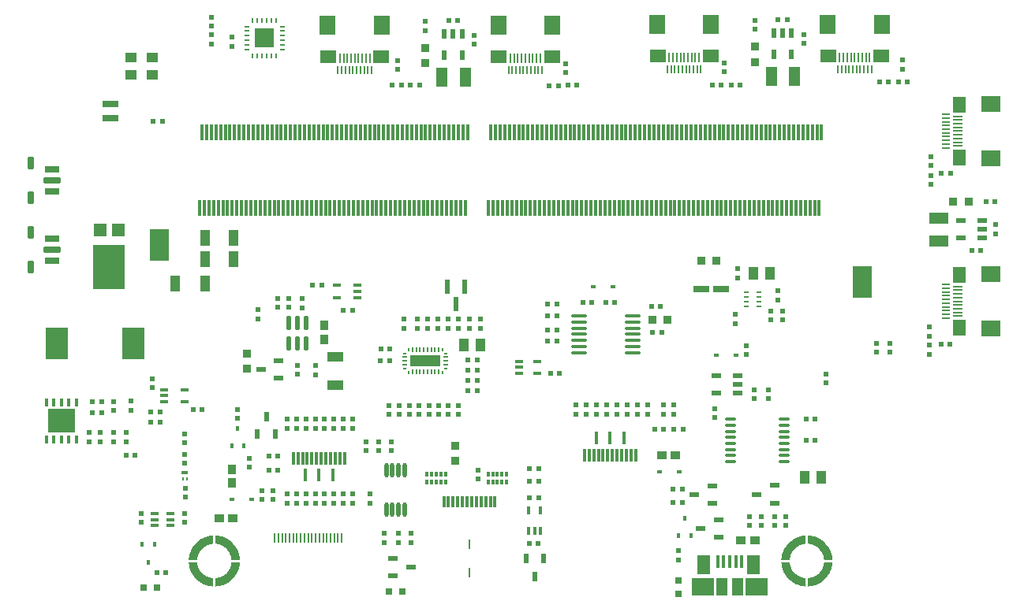
<source format=gtp>
G04*
G04 #@! TF.GenerationSoftware,Altium Limited,Altium Designer,20.1.12 (249)*
G04*
G04 Layer_Color=8421504*
%FSLAX44Y44*%
%MOMM*%
G71*
G04*
G04 #@! TF.SameCoordinates,92C3D8CC-84FC-494B-B6CF-3A4A02D2A6DE*
G04*
G04*
G04 #@! TF.FilePolarity,Positive*
G04*
G01*
G75*
%ADD24R,1.3000X1.1000*%
%ADD25R,1.2000X2.0000*%
%ADD26R,1.1000X1.4000*%
%ADD27R,0.5700X0.6200*%
%ADD28R,0.9600X0.9700*%
%ADD29R,0.6200X0.5700*%
%ADD30O,0.4500X1.6000*%
%ADD31R,0.3000X0.5500*%
%ADD32R,0.4000X0.5500*%
%ADD33R,0.3000X1.2000*%
%ADD34R,0.2000X1.0000*%
%ADD35R,0.5500X1.5000*%
%ADD36R,0.2300X1.0000*%
%ADD37R,0.3000X1.4500*%
%ADD38R,0.5500X1.0000*%
%ADD39R,1.0000X0.9700*%
%ADD40R,0.9700X1.0000*%
%ADD41R,0.4000X0.5000*%
%ADD42R,0.5500X0.2500*%
%ADD43R,1.8000X0.7500*%
%ADD44R,3.3600X4.8600*%
%ADD45R,1.3900X1.4000*%
%ADD46R,0.5900X0.4500*%
%ADD47R,1.0160X1.7000*%
%ADD48R,1.0160X1.7000*%
%ADD49R,0.6000X0.2500*%
%ADD50R,0.2500X0.6000*%
%ADD51R,2.1000X2.1000*%
%ADD52R,1.0000X0.6000*%
%ADD53O,1.3000X0.3500*%
%ADD54O,1.7000X0.3500*%
%ADD55R,0.9000X0.4000*%
%ADD56O,0.5000X1.6000*%
%ADD57R,0.8500X0.3500*%
%ADD58R,0.4500X1.3800*%
%ADD59R,1.4000X2.1000*%
%ADD60R,2.3700X1.9000*%
%ADD61R,1.1750X1.9000*%
%ADD62R,2.4000X3.4000*%
%ADD63R,1.7526X0.7112*%
%ADD64R,2.0000X3.5000*%
%ADD65R,0.3000X1.7500*%
%ADD66R,1.0000X0.5500*%
G04:AMPARAMS|DCode=67|XSize=0.75mm|YSize=1.6mm|CornerRadius=0.075mm|HoleSize=0mm|Usage=FLASHONLY|Rotation=90.000|XOffset=0mm|YOffset=0mm|HoleType=Round|Shape=RoundedRectangle|*
%AMROUNDEDRECTD67*
21,1,0.7500,1.4500,0,0,90.0*
21,1,0.6000,1.6000,0,0,90.0*
1,1,0.1500,0.7250,0.3000*
1,1,0.1500,0.7250,-0.3000*
1,1,0.1500,-0.7250,-0.3000*
1,1,0.1500,-0.7250,0.3000*
%
%ADD67ROUNDEDRECTD67*%
G04:AMPARAMS|DCode=68|XSize=0.6mm|YSize=1.8mm|CornerRadius=0.06mm|HoleSize=0mm|Usage=FLASHONLY|Rotation=90.000|XOffset=0mm|YOffset=0mm|HoleType=Round|Shape=RoundedRectangle|*
%AMROUNDEDRECTD68*
21,1,0.6000,1.6800,0,0,90.0*
21,1,0.4800,1.8000,0,0,90.0*
1,1,0.1200,0.8400,0.2400*
1,1,0.1200,0.8400,-0.2400*
1,1,0.1200,-0.8400,-0.2400*
1,1,0.1200,-0.8400,0.2400*
%
%ADD68ROUNDEDRECTD68*%
G04:AMPARAMS|DCode=69|XSize=1.3mm|YSize=0.7mm|CornerRadius=0.07mm|HoleSize=0mm|Usage=FLASHONLY|Rotation=90.000|XOffset=0mm|YOffset=0mm|HoleType=Round|Shape=RoundedRectangle|*
%AMROUNDEDRECTD69*
21,1,1.3000,0.5600,0,0,90.0*
21,1,1.1600,0.7000,0,0,90.0*
1,1,0.1400,0.2800,0.5800*
1,1,0.1400,0.2800,-0.5800*
1,1,0.1400,-0.2800,-0.5800*
1,1,0.1400,-0.2800,0.5800*
%
%ADD69ROUNDEDRECTD69*%
%ADD70R,0.9500X0.4000*%
%ADD71R,0.7620X0.7620*%
%ADD72R,3.0000X2.6000*%
%ADD73R,0.3560X0.8500*%
%ADD74R,0.4500X0.2000*%
%ADD75R,0.5000X0.2000*%
%ADD76R,0.2000X0.4500*%
%ADD77R,0.2000X0.5000*%
%ADD78R,3.2000X1.2000*%
%ADD79R,1.0000X0.2301*%
%ADD80R,0.8499X0.2301*%
%ADD81R,1.3800X1.8001*%
%ADD82R,2.0000X1.7000*%
%ADD83R,0.9700X0.9600*%
%ADD84R,2.0000X1.2000*%
%ADD85R,0.6000X1.0000*%
%ADD86R,1.7000X1.0160*%
%ADD87R,1.7000X1.0160*%
%ADD88R,0.7000X0.4000*%
%ADD89R,0.2500X0.4000*%
%ADD90R,0.7620X0.7620*%
%ADD91R,0.3500X0.8500*%
%ADD92R,0.2301X1.0000*%
%ADD93R,0.2301X0.8499*%
%ADD94R,1.8001X1.3800*%
%ADD95R,1.7000X2.0000*%
G36*
X440281Y303722D02*
X431277Y303722D01*
X431376Y302269D01*
X431527Y301053D01*
X431691Y300052D01*
X431859Y299260D01*
X432010Y298549D01*
X432253Y297596D01*
X432571Y296560D01*
X432879Y295677D01*
X433202Y294808D01*
X433764Y293450D01*
X435248Y290673D01*
X437166Y287804D01*
X438928Y285896D01*
X440856Y284114D01*
X442432Y282820D01*
X444217Y281626D01*
X445455Y280964D01*
X445925Y280712D01*
X446391Y280463D01*
X447356Y279947D01*
X448445Y279515D01*
X450306Y278825D01*
X452092Y278322D01*
X454027Y277914D01*
X455599Y277689D01*
X457478Y277544D01*
X457489Y286542D01*
X457065Y286577D01*
X456852Y286598D01*
X456646Y286622D01*
X456093Y286694D01*
X455824Y286734D01*
X455556Y286780D01*
X455022Y286881D01*
X454482Y287000D01*
X454199Y287067D01*
X454052Y287107D01*
X453765Y287184D01*
X453478Y287267D01*
X453197Y287355D01*
X452874Y287460D01*
X452555Y287571D01*
X452393Y287627D01*
X452230Y287689D01*
X451926Y287804D01*
X451453Y288000D01*
X450996Y288203D01*
X450544Y288420D01*
X450095Y288648D01*
X449222Y289141D01*
X448754Y289433D01*
X448325Y289716D01*
X447917Y290005D01*
X447464Y290340D01*
X447238Y290521D01*
X446716Y290951D01*
X446458Y291174D01*
X446199Y291398D01*
X445268Y292327D01*
X444712Y292955D01*
X444217Y293542D01*
X443810Y294112D01*
X443539Y294456D01*
X443064Y295164D01*
X442691Y295829D01*
X442354Y296431D01*
X442033Y297060D01*
X441577Y298122D01*
X441259Y298968D01*
X440846Y300296D01*
X440754Y300661D01*
X440476Y302082D01*
X440281Y303722D01*
D02*
G37*
G36*
X457472Y323469D02*
X457472Y332473D01*
X456019Y332374D01*
X454803Y332223D01*
X453802Y332059D01*
X453010Y331891D01*
X452299Y331740D01*
X451347Y331497D01*
X450310Y331178D01*
X449427Y330871D01*
X448558Y330548D01*
X447200Y329986D01*
X444423Y328502D01*
X441554Y326584D01*
X439646Y324822D01*
X437864Y322894D01*
X436570Y321318D01*
X435376Y319533D01*
X434714Y318295D01*
X434463Y317825D01*
X434213Y317359D01*
X433697Y316394D01*
X433265Y315305D01*
X432576Y313444D01*
X432072Y311658D01*
X431664Y309723D01*
X431439Y308151D01*
X431295Y306271D01*
X440293Y306260D01*
X440327Y306685D01*
X440349Y306898D01*
X440372Y307104D01*
X440444Y307657D01*
X440484Y307926D01*
X440530Y308194D01*
X440631Y308728D01*
X440750Y309268D01*
X440818Y309551D01*
X440857Y309698D01*
X440934Y309985D01*
X441017Y310272D01*
X441105Y310553D01*
X441211Y310876D01*
X441321Y311195D01*
X441377Y311357D01*
X441439Y311520D01*
X441554Y311824D01*
X441750Y312297D01*
X441953Y312754D01*
X442170Y313206D01*
X442398Y313655D01*
X442891Y314528D01*
X443183Y314996D01*
X443466Y315425D01*
X443755Y315833D01*
X444090Y316286D01*
X444271Y316512D01*
X444701Y317034D01*
X444924Y317292D01*
X445148Y317551D01*
X446077Y318482D01*
X446705Y319038D01*
X447292Y319533D01*
X447863Y319940D01*
X448206Y320211D01*
X448914Y320686D01*
X449579Y321059D01*
X450181Y321396D01*
X450811Y321717D01*
X451872Y322172D01*
X452718Y322491D01*
X454047Y322904D01*
X454411Y322996D01*
X455832Y323274D01*
X457472Y323469D01*
D02*
G37*
G36*
X460028Y286531D02*
X460028Y277527D01*
X461481Y277626D01*
X462697Y277777D01*
X463698Y277940D01*
X464490Y278109D01*
X465201Y278260D01*
X466153Y278503D01*
X467190Y278821D01*
X468073Y279129D01*
X468942Y279452D01*
X470300Y280014D01*
X473077Y281498D01*
X475946Y283416D01*
X477854Y285178D01*
X479636Y287105D01*
X480930Y288682D01*
X482124Y290467D01*
X482786Y291705D01*
X483037Y292174D01*
X483287Y292641D01*
X483803Y293605D01*
X484235Y294695D01*
X484924Y296556D01*
X485428Y298342D01*
X485836Y300277D01*
X486061Y301849D01*
X486205Y303728D01*
X477207Y303739D01*
X477173Y303315D01*
X477151Y303102D01*
X477128Y302896D01*
X477056Y302343D01*
X477016Y302074D01*
X476970Y301806D01*
X476869Y301272D01*
X476750Y300732D01*
X476682Y300448D01*
X476643Y300302D01*
X476566Y300015D01*
X476483Y299728D01*
X476395Y299447D01*
X476289Y299124D01*
X476179Y298805D01*
X476123Y298643D01*
X476061Y298480D01*
X475946Y298176D01*
X475750Y297703D01*
X475547Y297246D01*
X475330Y296794D01*
X475102Y296345D01*
X474609Y295472D01*
X474317Y295004D01*
X474034Y294575D01*
X473745Y294167D01*
X473410Y293714D01*
X473229Y293488D01*
X472799Y292966D01*
X472576Y292708D01*
X472352Y292448D01*
X471423Y291517D01*
X470795Y290962D01*
X470208Y290466D01*
X469637Y290059D01*
X469294Y289788D01*
X468586Y289313D01*
X467921Y288941D01*
X467319Y288603D01*
X466689Y288282D01*
X465628Y287827D01*
X464782Y287509D01*
X463453Y287096D01*
X463089Y287004D01*
X461668Y286726D01*
X460028Y286531D01*
D02*
G37*
G36*
X477219Y306278D02*
X486223Y306278D01*
X486124Y307731D01*
X485973Y308947D01*
X485809Y309947D01*
X485641Y310740D01*
X485490Y311451D01*
X485247Y312403D01*
X484929Y313440D01*
X484621Y314323D01*
X484298Y315192D01*
X483736Y316550D01*
X482252Y319326D01*
X480334Y322196D01*
X478572Y324104D01*
X476644Y325885D01*
X475068Y327179D01*
X473283Y328374D01*
X472045Y329036D01*
X471575Y329287D01*
X471109Y329537D01*
X470144Y330053D01*
X469055Y330485D01*
X467194Y331174D01*
X465408Y331678D01*
X463473Y332086D01*
X461901Y332310D01*
X460022Y332455D01*
X460011Y323457D01*
X460435Y323423D01*
X460648Y323401D01*
X460854Y323378D01*
X461407Y323306D01*
X461676Y323266D01*
X461944Y323220D01*
X462478Y323119D01*
X463018Y323000D01*
X463301Y322932D01*
X463448Y322893D01*
X463735Y322816D01*
X464022Y322733D01*
X464303Y322645D01*
X464626Y322539D01*
X464945Y322429D01*
X465107Y322372D01*
X465270Y322311D01*
X465574Y322196D01*
X466047Y322000D01*
X466504Y321797D01*
X466956Y321580D01*
X467405Y321352D01*
X468278Y320859D01*
X468746Y320567D01*
X469175Y320284D01*
X469583Y319995D01*
X470036Y319660D01*
X470262Y319479D01*
X470784Y319049D01*
X471042Y318826D01*
X471301Y318601D01*
X472232Y317672D01*
X472788Y317045D01*
X473283Y316458D01*
X473690Y315887D01*
X473961Y315544D01*
X474436Y314835D01*
X474809Y314171D01*
X475146Y313569D01*
X475467Y312939D01*
X475923Y311877D01*
X476241Y311032D01*
X476654Y309703D01*
X476746Y309339D01*
X477024Y307918D01*
X477219Y306278D01*
D02*
G37*
G36*
X1076281Y303722D02*
X1067277Y303722D01*
X1067376Y302269D01*
X1067527Y301053D01*
X1067691Y300052D01*
X1067859Y299260D01*
X1068010Y298549D01*
X1068253Y297596D01*
X1068572Y296560D01*
X1068879Y295677D01*
X1069202Y294808D01*
X1069765Y293450D01*
X1071249Y290673D01*
X1073166Y287804D01*
X1074928Y285896D01*
X1076856Y284114D01*
X1078432Y282820D01*
X1080217Y281626D01*
X1081455Y280964D01*
X1081925Y280712D01*
X1082391Y280463D01*
X1083356Y279947D01*
X1084445Y279515D01*
X1086306Y278825D01*
X1088092Y278322D01*
X1090027Y277914D01*
X1091599Y277689D01*
X1093479Y277544D01*
X1093490Y286542D01*
X1093065Y286577D01*
X1092852Y286598D01*
X1092646Y286622D01*
X1092093Y286694D01*
X1091824Y286734D01*
X1091556Y286780D01*
X1091022Y286881D01*
X1090482Y287000D01*
X1090199Y287067D01*
X1090052Y287107D01*
X1089765Y287184D01*
X1089478Y287267D01*
X1089197Y287355D01*
X1088875Y287460D01*
X1088555Y287571D01*
X1088393Y287627D01*
X1088230Y287689D01*
X1087926Y287804D01*
X1087453Y288000D01*
X1086996Y288203D01*
X1086544Y288420D01*
X1086095Y288648D01*
X1085222Y289141D01*
X1084754Y289433D01*
X1084325Y289716D01*
X1083917Y290005D01*
X1083464Y290340D01*
X1083238Y290521D01*
X1082716Y290951D01*
X1082458Y291174D01*
X1082199Y291398D01*
X1081268Y292327D01*
X1080712Y292955D01*
X1080217Y293542D01*
X1079810Y294112D01*
X1079539Y294456D01*
X1079064Y295164D01*
X1078691Y295829D01*
X1078354Y296431D01*
X1078033Y297060D01*
X1077578Y298122D01*
X1077259Y298968D01*
X1076846Y300296D01*
X1076754Y300661D01*
X1076476Y302082D01*
X1076281Y303722D01*
D02*
G37*
G36*
X1093472Y323469D02*
X1093472Y332473D01*
X1092019Y332374D01*
X1090803Y332223D01*
X1089803Y332059D01*
X1089010Y331891D01*
X1088300Y331740D01*
X1087347Y331497D01*
X1086310Y331178D01*
X1085427Y330871D01*
X1084558Y330548D01*
X1083200Y329986D01*
X1080424Y328502D01*
X1077554Y326584D01*
X1075646Y324822D01*
X1073865Y322894D01*
X1072571Y321318D01*
X1071376Y319533D01*
X1070714Y318295D01*
X1070463Y317825D01*
X1070213Y317359D01*
X1069697Y316394D01*
X1069265Y315305D01*
X1068576Y313444D01*
X1068073Y311658D01*
X1067664Y309723D01*
X1067440Y308151D01*
X1067295Y306271D01*
X1076293Y306260D01*
X1076327Y306685D01*
X1076349Y306898D01*
X1076372Y307104D01*
X1076444Y307657D01*
X1076485Y307926D01*
X1076530Y308194D01*
X1076631Y308728D01*
X1076750Y309268D01*
X1076818Y309551D01*
X1076857Y309698D01*
X1076934Y309985D01*
X1077017Y310272D01*
X1077105Y310553D01*
X1077211Y310876D01*
X1077321Y311195D01*
X1077378Y311357D01*
X1077439Y311520D01*
X1077554Y311824D01*
X1077750Y312297D01*
X1077953Y312754D01*
X1078170Y313206D01*
X1078398Y313655D01*
X1078891Y314528D01*
X1079183Y314996D01*
X1079466Y315425D01*
X1079755Y315833D01*
X1080090Y316286D01*
X1080271Y316512D01*
X1080701Y317034D01*
X1080924Y317292D01*
X1081149Y317551D01*
X1082078Y318482D01*
X1082705Y319038D01*
X1083293Y319533D01*
X1083863Y319940D01*
X1084206Y320211D01*
X1084915Y320686D01*
X1085579Y321059D01*
X1086181Y321396D01*
X1086811Y321717D01*
X1087873Y322172D01*
X1088718Y322491D01*
X1090047Y322904D01*
X1090411Y322996D01*
X1091832Y323274D01*
X1093472Y323469D01*
D02*
G37*
G36*
X1096028Y286531D02*
X1096028Y277527D01*
X1097481Y277626D01*
X1098697Y277777D01*
X1099698Y277940D01*
X1100490Y278109D01*
X1101201Y278260D01*
X1102154Y278503D01*
X1103190Y278821D01*
X1104073Y279129D01*
X1104942Y279452D01*
X1106300Y280014D01*
X1109077Y281498D01*
X1111946Y283416D01*
X1113854Y285178D01*
X1115636Y287105D01*
X1116930Y288682D01*
X1118124Y290467D01*
X1118786Y291705D01*
X1119038Y292174D01*
X1119287Y292641D01*
X1119803Y293605D01*
X1120236Y294695D01*
X1120925Y296556D01*
X1121428Y298342D01*
X1121836Y300277D01*
X1122061Y301849D01*
X1122206Y303728D01*
X1113208Y303739D01*
X1113173Y303315D01*
X1113152Y303102D01*
X1113128Y302896D01*
X1113056Y302343D01*
X1113016Y302074D01*
X1112970Y301806D01*
X1112869Y301272D01*
X1112750Y300732D01*
X1112683Y300448D01*
X1112643Y300302D01*
X1112566Y300015D01*
X1112483Y299728D01*
X1112395Y299447D01*
X1112290Y299124D01*
X1112179Y298805D01*
X1112123Y298643D01*
X1112061Y298480D01*
X1111946Y298176D01*
X1111750Y297703D01*
X1111547Y297246D01*
X1111330Y296794D01*
X1111102Y296345D01*
X1110609Y295472D01*
X1110317Y295004D01*
X1110034Y294575D01*
X1109745Y294167D01*
X1109410Y293714D01*
X1109229Y293488D01*
X1108799Y292966D01*
X1108576Y292708D01*
X1108352Y292448D01*
X1107423Y291517D01*
X1106795Y290962D01*
X1106208Y290466D01*
X1105638Y290059D01*
X1105294Y289788D01*
X1104586Y289313D01*
X1103921Y288941D01*
X1103319Y288603D01*
X1102690Y288282D01*
X1101628Y287827D01*
X1100782Y287509D01*
X1099454Y287096D01*
X1099090Y287004D01*
X1097668Y286726D01*
X1096028Y286531D01*
D02*
G37*
G36*
X1113219Y306278D02*
X1122223Y306278D01*
X1122124Y307731D01*
X1121973Y308947D01*
X1121810Y309947D01*
X1121641Y310740D01*
X1121490Y311451D01*
X1121247Y312403D01*
X1120929Y313440D01*
X1120621Y314323D01*
X1120298Y315192D01*
X1119736Y316550D01*
X1118252Y319326D01*
X1116334Y322196D01*
X1114572Y324104D01*
X1112645Y325885D01*
X1111068Y327179D01*
X1109283Y328374D01*
X1108046Y329036D01*
X1107576Y329287D01*
X1107109Y329537D01*
X1106145Y330053D01*
X1105055Y330485D01*
X1103195Y331174D01*
X1101408Y331678D01*
X1099473Y332086D01*
X1097901Y332310D01*
X1096022Y332455D01*
X1096011Y323457D01*
X1096435Y323423D01*
X1096648Y323401D01*
X1096854Y323378D01*
X1097407Y323306D01*
X1097676Y323266D01*
X1097944Y323220D01*
X1098478Y323119D01*
X1099018Y323000D01*
X1099302Y322932D01*
X1099448Y322893D01*
X1099735Y322816D01*
X1100022Y322733D01*
X1100303Y322645D01*
X1100626Y322539D01*
X1100945Y322429D01*
X1101107Y322372D01*
X1101270Y322311D01*
X1101574Y322196D01*
X1102047Y322000D01*
X1102504Y321797D01*
X1102956Y321580D01*
X1103405Y321352D01*
X1104278Y320859D01*
X1104746Y320567D01*
X1105175Y320284D01*
X1105583Y319995D01*
X1106036Y319660D01*
X1106262Y319479D01*
X1106784Y319049D01*
X1107042Y318826D01*
X1107302Y318601D01*
X1108233Y317672D01*
X1108788Y317045D01*
X1109284Y316458D01*
X1109691Y315887D01*
X1109962Y315544D01*
X1110437Y314835D01*
X1110809Y314171D01*
X1111147Y313569D01*
X1111468Y312939D01*
X1111923Y311877D01*
X1112241Y311032D01*
X1112655Y309703D01*
X1112746Y309339D01*
X1113024Y307918D01*
X1113219Y306278D01*
D02*
G37*
D24*
X392000Y846500D02*
D03*
X369000D02*
D03*
Y827500D02*
D03*
X392000D02*
D03*
D25*
X703000Y825000D02*
D03*
X728000D02*
D03*
X1081500Y826000D02*
D03*
X1056500D02*
D03*
D26*
X1037250Y614000D02*
D03*
X1054750D02*
D03*
X744250Y537000D02*
D03*
X726750D02*
D03*
X1110250Y395000D02*
D03*
X1092750D02*
D03*
D27*
X819500Y506500D02*
D03*
X829100D02*
D03*
X517200Y417500D02*
D03*
X526800D02*
D03*
X517200Y402500D02*
D03*
X526800D02*
D03*
X445800Y468000D02*
D03*
X436200D02*
D03*
X1271700Y638500D02*
D03*
X1281300D02*
D03*
X1286700Y691000D02*
D03*
X1296300D02*
D03*
X960800Y368000D02*
D03*
X951200D02*
D03*
Y382500D02*
D03*
X960800D02*
D03*
X931450Y446500D02*
D03*
X941050D02*
D03*
X1248800Y722000D02*
D03*
X1239200D02*
D03*
X1193200Y819500D02*
D03*
X1202800D02*
D03*
X1182300D02*
D03*
X1172700D02*
D03*
X1073300Y886500D02*
D03*
X1063700D02*
D03*
X1013200Y816500D02*
D03*
X1022800D02*
D03*
X1002800D02*
D03*
X993200D02*
D03*
X837922Y816072D02*
D03*
X847522D02*
D03*
X827800Y816000D02*
D03*
X818200D02*
D03*
X719800Y885500D02*
D03*
X710200D02*
D03*
X669200Y816500D02*
D03*
X678800D02*
D03*
X659300D02*
D03*
X649700D02*
D03*
X564200Y601000D02*
D03*
X573800D02*
D03*
X597200Y574000D02*
D03*
X606800D02*
D03*
X647300Y533000D02*
D03*
X637700D02*
D03*
X646800Y520000D02*
D03*
X637200D02*
D03*
X740800Y521000D02*
D03*
X731200D02*
D03*
X740800Y510000D02*
D03*
X731200D02*
D03*
Y499000D02*
D03*
X740800D02*
D03*
X731200Y488000D02*
D03*
X740800D02*
D03*
X929200Y551000D02*
D03*
X938800D02*
D03*
X927700Y578500D02*
D03*
X937300D02*
D03*
X878700Y583000D02*
D03*
X888300D02*
D03*
X863700D02*
D03*
X854100D02*
D03*
X816700Y581000D02*
D03*
X826300D02*
D03*
X816700Y568000D02*
D03*
X826300D02*
D03*
X816700Y553500D02*
D03*
X826300D02*
D03*
X816700Y541000D02*
D03*
X826300D02*
D03*
X1248300Y538000D02*
D03*
X1238700D02*
D03*
X1093700Y457500D02*
D03*
X1103300D02*
D03*
Y434500D02*
D03*
X1093700D02*
D03*
X961550Y446500D02*
D03*
X951950D02*
D03*
X806800Y391000D02*
D03*
X797200D02*
D03*
X806800Y404000D02*
D03*
X797200D02*
D03*
X806800Y373000D02*
D03*
X797200D02*
D03*
X806500Y323500D02*
D03*
X796900D02*
D03*
X397200Y292500D02*
D03*
X406800D02*
D03*
X400300Y454500D02*
D03*
X390700D02*
D03*
Y465500D02*
D03*
X400300D02*
D03*
X373800Y418500D02*
D03*
X364200D02*
D03*
X337800Y464000D02*
D03*
X328200D02*
D03*
Y476000D02*
D03*
X337800D02*
D03*
X402800Y777500D02*
D03*
X393200D02*
D03*
D28*
X717000Y428650D02*
D03*
Y412350D02*
D03*
X1039000Y841350D02*
D03*
Y857650D02*
D03*
X685500Y856650D02*
D03*
Y840350D02*
D03*
X494000Y511350D02*
D03*
Y527650D02*
D03*
D29*
X741500Y393200D02*
D03*
Y402800D02*
D03*
X649000Y423700D02*
D03*
Y433300D02*
D03*
X635000Y423700D02*
D03*
Y433300D02*
D03*
X622000D02*
D03*
Y423700D02*
D03*
X484000Y467800D02*
D03*
Y458200D02*
D03*
X496000Y405500D02*
D03*
Y415100D02*
D03*
X1063500Y595300D02*
D03*
Y585700D02*
D03*
X1020000Y609200D02*
D03*
Y618800D02*
D03*
X1197000Y843300D02*
D03*
Y833700D02*
D03*
X553000Y577200D02*
D03*
Y586800D02*
D03*
X547000Y367200D02*
D03*
Y376800D02*
D03*
X1297000Y656700D02*
D03*
Y666300D02*
D03*
X1227500Y719300D02*
D03*
Y709700D02*
D03*
Y730200D02*
D03*
Y739800D02*
D03*
X1091500Y861200D02*
D03*
Y870800D02*
D03*
X1039000Y876200D02*
D03*
Y885800D02*
D03*
X1006000Y830700D02*
D03*
Y840300D02*
D03*
X836000Y839600D02*
D03*
Y830000D02*
D03*
X738000Y860200D02*
D03*
Y869800D02*
D03*
X685500Y875200D02*
D03*
Y884800D02*
D03*
X655500Y842800D02*
D03*
Y833200D02*
D03*
X477500Y867800D02*
D03*
Y858200D02*
D03*
X456000Y860700D02*
D03*
Y870300D02*
D03*
Y889300D02*
D03*
Y879700D02*
D03*
X538500Y587300D02*
D03*
Y577700D02*
D03*
X527000D02*
D03*
Y587300D02*
D03*
X506000Y565200D02*
D03*
Y574800D02*
D03*
X567000Y514800D02*
D03*
Y505200D02*
D03*
X548000Y505700D02*
D03*
Y515300D02*
D03*
X392000Y501000D02*
D03*
Y491400D02*
D03*
X427000Y441300D02*
D03*
Y431700D02*
D03*
Y419300D02*
D03*
Y409700D02*
D03*
X427500Y373700D02*
D03*
Y383300D02*
D03*
X427000Y346200D02*
D03*
Y355800D02*
D03*
X625500Y376800D02*
D03*
Y367200D02*
D03*
X607000D02*
D03*
Y376800D02*
D03*
X597000Y367200D02*
D03*
Y376800D02*
D03*
X577000Y367200D02*
D03*
Y376800D02*
D03*
X587000Y367200D02*
D03*
Y376800D02*
D03*
X567000Y367200D02*
D03*
Y376800D02*
D03*
X557000Y367200D02*
D03*
Y376800D02*
D03*
X537000Y367200D02*
D03*
Y376800D02*
D03*
X509500Y380600D02*
D03*
Y371000D02*
D03*
X521500Y380600D02*
D03*
Y371000D02*
D03*
X720500Y462200D02*
D03*
Y471800D02*
D03*
X710000Y462200D02*
D03*
Y471800D02*
D03*
X699500Y462200D02*
D03*
Y471800D02*
D03*
X689000Y462200D02*
D03*
Y471800D02*
D03*
X678500Y462200D02*
D03*
Y471800D02*
D03*
X668000Y462200D02*
D03*
Y471800D02*
D03*
X657500Y462200D02*
D03*
Y471800D02*
D03*
X646500Y462200D02*
D03*
Y471800D02*
D03*
X732500Y564800D02*
D03*
Y555200D02*
D03*
X744000Y564800D02*
D03*
Y555200D02*
D03*
X721000Y564800D02*
D03*
Y555200D02*
D03*
X710000D02*
D03*
Y564800D02*
D03*
X699000Y555200D02*
D03*
Y564800D02*
D03*
X688000Y555200D02*
D03*
Y564800D02*
D03*
X677000D02*
D03*
Y555200D02*
D03*
X662000Y564800D02*
D03*
Y555200D02*
D03*
X1068500Y573800D02*
D03*
Y564200D02*
D03*
X1056000D02*
D03*
Y573800D02*
D03*
X1029500Y536300D02*
D03*
Y526700D02*
D03*
X1018000Y560200D02*
D03*
Y569800D02*
D03*
X995500Y459200D02*
D03*
Y468800D02*
D03*
X1226000Y546700D02*
D03*
Y556300D02*
D03*
Y536800D02*
D03*
Y527200D02*
D03*
X1184000Y538800D02*
D03*
Y529200D02*
D03*
X1169500Y538800D02*
D03*
Y529200D02*
D03*
X1115500Y505800D02*
D03*
Y496200D02*
D03*
X1053500Y479200D02*
D03*
Y488800D02*
D03*
X1038000Y479200D02*
D03*
Y488800D02*
D03*
X1046000Y352600D02*
D03*
Y343000D02*
D03*
X1060000Y343200D02*
D03*
Y352800D02*
D03*
X1072000D02*
D03*
Y343200D02*
D03*
X1033000Y343000D02*
D03*
Y352600D02*
D03*
X957000Y306200D02*
D03*
Y315800D02*
D03*
X952000Y472300D02*
D03*
Y462700D02*
D03*
X941000Y472300D02*
D03*
Y462700D02*
D03*
X923500D02*
D03*
Y472300D02*
D03*
X912500Y462700D02*
D03*
Y472300D02*
D03*
X901500Y462700D02*
D03*
Y472300D02*
D03*
X890500Y462700D02*
D03*
Y472300D02*
D03*
X879500Y462700D02*
D03*
Y472300D02*
D03*
X868500Y462700D02*
D03*
Y472300D02*
D03*
X857500Y462700D02*
D03*
Y472300D02*
D03*
X846500Y462700D02*
D03*
Y472300D02*
D03*
X670000Y324700D02*
D03*
Y334300D02*
D03*
X656000D02*
D03*
Y324700D02*
D03*
X641000Y334300D02*
D03*
Y324700D02*
D03*
X607000Y447700D02*
D03*
Y457300D02*
D03*
X597000Y447700D02*
D03*
Y457300D02*
D03*
X587000Y447700D02*
D03*
Y457300D02*
D03*
X577000Y447700D02*
D03*
Y457300D02*
D03*
X567000Y447700D02*
D03*
Y457300D02*
D03*
X557000Y447700D02*
D03*
Y457300D02*
D03*
X547000Y447700D02*
D03*
Y457300D02*
D03*
X537000Y447700D02*
D03*
Y457300D02*
D03*
X380000Y355800D02*
D03*
Y346200D02*
D03*
X351000Y466400D02*
D03*
Y476000D02*
D03*
X369500Y467200D02*
D03*
Y476800D02*
D03*
X364000Y433200D02*
D03*
Y442800D02*
D03*
X351000D02*
D03*
Y433200D02*
D03*
X336000Y442800D02*
D03*
Y433200D02*
D03*
X324000D02*
D03*
Y442800D02*
D03*
D30*
X643250Y360250D02*
D03*
X649750D02*
D03*
X656250D02*
D03*
X662750D02*
D03*
X643250Y402750D02*
D03*
X649750D02*
D03*
X656250D02*
D03*
X662750D02*
D03*
D31*
X692000Y397850D02*
D03*
X687000D02*
D03*
X707000Y390150D02*
D03*
X702000D02*
D03*
X692000D02*
D03*
X687000D02*
D03*
X702000Y397850D02*
D03*
X707000D02*
D03*
X767500Y390150D02*
D03*
X772500D02*
D03*
X752500Y397850D02*
D03*
X757500D02*
D03*
X767500D02*
D03*
X772500D02*
D03*
X757500Y390150D02*
D03*
X752500D02*
D03*
D32*
X697000Y397850D02*
D03*
Y390150D02*
D03*
X762500D02*
D03*
Y397850D02*
D03*
D33*
X709999Y368850D02*
D03*
X714999D02*
D03*
X759999D02*
D03*
X754999D02*
D03*
X749999D02*
D03*
X744999D02*
D03*
X739999D02*
D03*
X734999D02*
D03*
X729999D02*
D03*
X724999D02*
D03*
X719999D02*
D03*
X704999D02*
D03*
D34*
X732499Y292050D02*
D03*
Y323050D02*
D03*
D35*
X718000Y581000D02*
D03*
X708500Y600000D02*
D03*
X727500D02*
D03*
D36*
X595500Y329500D02*
D03*
X583500D02*
D03*
X571500D02*
D03*
X559500D02*
D03*
X547500D02*
D03*
X543500D02*
D03*
X539500D02*
D03*
X535500D02*
D03*
X531500D02*
D03*
X527500D02*
D03*
X523500D02*
D03*
X555500D02*
D03*
X551500D02*
D03*
X579500D02*
D03*
X575500D02*
D03*
X591500D02*
D03*
X587500D02*
D03*
X567500D02*
D03*
X563500D02*
D03*
D37*
X556000Y397000D02*
D03*
X571000D02*
D03*
X586000D02*
D03*
X548500Y415500D02*
D03*
X563500D02*
D03*
X578500D02*
D03*
X593500D02*
D03*
X588500D02*
D03*
X598500D02*
D03*
X558500D02*
D03*
X568500D02*
D03*
X543500D02*
D03*
X553500D02*
D03*
X573500D02*
D03*
X583500D02*
D03*
X898500Y437250D02*
D03*
X883500D02*
D03*
X868500D02*
D03*
X906000Y418750D02*
D03*
X891000D02*
D03*
X876000D02*
D03*
X861000D02*
D03*
X866000D02*
D03*
X856000D02*
D03*
X896000D02*
D03*
X886000D02*
D03*
X911000D02*
D03*
X901000D02*
D03*
X881000D02*
D03*
X871000D02*
D03*
D38*
X514500Y460000D02*
D03*
X524000Y441000D02*
D03*
X505000D02*
D03*
X812500Y307500D02*
D03*
X793500D02*
D03*
X803000Y288500D02*
D03*
D39*
X464150Y350500D02*
D03*
X478850D02*
D03*
X1038850Y327500D02*
D03*
X1024150D02*
D03*
X939150Y418500D02*
D03*
X953850D02*
D03*
D40*
X477450Y403700D02*
D03*
Y389000D02*
D03*
X577000Y543150D02*
D03*
Y557850D02*
D03*
D41*
X484000Y447500D02*
D03*
X490500Y428500D02*
D03*
X477500D02*
D03*
X388000Y303500D02*
D03*
X381500Y322500D02*
D03*
X394500D02*
D03*
X963500Y351000D02*
D03*
X970000Y332000D02*
D03*
X957000D02*
D03*
D42*
X1029750Y578500D02*
D03*
Y583500D02*
D03*
Y588500D02*
D03*
Y593500D02*
D03*
X1043250D02*
D03*
Y588500D02*
D03*
Y583500D02*
D03*
Y578500D02*
D03*
D43*
X347000Y781000D02*
D03*
Y796000D02*
D03*
D44*
X346000Y621000D02*
D03*
D45*
X336602Y660624D02*
D03*
X355398D02*
D03*
D46*
X886550Y599500D02*
D03*
X865450D02*
D03*
X477450Y371000D02*
D03*
X498550D02*
D03*
X997450Y526000D02*
D03*
X1018550D02*
D03*
X936950Y401000D02*
D03*
X958050D02*
D03*
D47*
X417000Y603500D02*
D03*
X479000Y629000D02*
D03*
Y652000D02*
D03*
D48*
X449000Y603500D02*
D03*
X449000Y629000D02*
D03*
Y652000D02*
D03*
D49*
X493500Y854500D02*
D03*
Y859500D02*
D03*
Y864500D02*
D03*
Y869500D02*
D03*
Y874500D02*
D03*
Y879500D02*
D03*
X531500D02*
D03*
Y874500D02*
D03*
Y869500D02*
D03*
Y864500D02*
D03*
Y859500D02*
D03*
Y854500D02*
D03*
D50*
X500000Y886000D02*
D03*
X505000D02*
D03*
X510000D02*
D03*
X515000D02*
D03*
X520000D02*
D03*
X525000D02*
D03*
X525000Y848000D02*
D03*
X520000D02*
D03*
X515000D02*
D03*
X510000D02*
D03*
X505000D02*
D03*
X500000D02*
D03*
D51*
X512500Y867000D02*
D03*
D52*
X997500Y485000D02*
D03*
Y504000D02*
D03*
X1020500D02*
D03*
Y494500D02*
D03*
Y485000D02*
D03*
X1283000Y652000D02*
D03*
Y661500D02*
D03*
Y671000D02*
D03*
X1260000D02*
D03*
Y652000D02*
D03*
D53*
X1070000Y411750D02*
D03*
Y418250D02*
D03*
Y424750D02*
D03*
Y431250D02*
D03*
Y437750D02*
D03*
Y444250D02*
D03*
Y450750D02*
D03*
Y457250D02*
D03*
X1013000Y411750D02*
D03*
Y418250D02*
D03*
Y424750D02*
D03*
Y431250D02*
D03*
Y437750D02*
D03*
Y444250D02*
D03*
Y450750D02*
D03*
Y457250D02*
D03*
D54*
X850500Y568000D02*
D03*
Y561500D02*
D03*
Y555000D02*
D03*
Y548500D02*
D03*
Y542000D02*
D03*
Y535500D02*
D03*
Y529000D02*
D03*
X907500Y568000D02*
D03*
Y561500D02*
D03*
Y555000D02*
D03*
Y548500D02*
D03*
Y542000D02*
D03*
Y535500D02*
D03*
Y529000D02*
D03*
D55*
X805000Y519500D02*
D03*
Y506500D02*
D03*
X786000D02*
D03*
Y513000D02*
D03*
Y519500D02*
D03*
D56*
X538500Y538500D02*
D03*
X548000D02*
D03*
X557500D02*
D03*
X538500Y560500D02*
D03*
X548000D02*
D03*
X557500D02*
D03*
D57*
X612500Y588000D02*
D03*
Y594500D02*
D03*
Y601000D02*
D03*
X590500D02*
D03*
Y588000D02*
D03*
X405000Y489000D02*
D03*
Y482500D02*
D03*
Y476000D02*
D03*
X427000D02*
D03*
Y489000D02*
D03*
D58*
X1005500Y304130D02*
D03*
X1012000D02*
D03*
X999000D02*
D03*
X1018500D02*
D03*
X1025000D02*
D03*
D59*
X1037400Y300530D02*
D03*
X984060D02*
D03*
D60*
X1041100Y277530D02*
D03*
X982900D02*
D03*
D61*
X1020375D02*
D03*
X1003625D02*
D03*
D62*
X290000Y538500D02*
D03*
X372000D02*
D03*
D63*
X981205Y597000D02*
D03*
X1002795D02*
D03*
D64*
X399500Y645000D02*
D03*
X1154500Y605000D02*
D03*
D65*
X1110500Y766000D02*
D03*
X1105500D02*
D03*
X1100500D02*
D03*
X1095500D02*
D03*
X1090500D02*
D03*
X1108000Y684000D02*
D03*
X1093000D02*
D03*
X1088000D02*
D03*
X1063000D02*
D03*
X1078000D02*
D03*
X1083000D02*
D03*
X1048000D02*
D03*
X1065500Y766000D02*
D03*
X1080500D02*
D03*
X1085500D02*
D03*
X1050500D02*
D03*
X755500D02*
D03*
X753000Y684000D02*
D03*
X760500Y766000D02*
D03*
X758000Y684000D02*
D03*
X765500Y766000D02*
D03*
X763000Y684000D02*
D03*
X770500Y766000D02*
D03*
X768000Y684000D02*
D03*
X775500Y766000D02*
D03*
X773000Y684000D02*
D03*
X780500Y766000D02*
D03*
X778000Y684000D02*
D03*
X785500Y766000D02*
D03*
X783000Y684000D02*
D03*
X790500Y766000D02*
D03*
X788000Y684000D02*
D03*
X795500Y766000D02*
D03*
X793000Y684000D02*
D03*
X800500Y766000D02*
D03*
X798000Y684000D02*
D03*
X805500Y766000D02*
D03*
X803000Y684000D02*
D03*
X810500Y766000D02*
D03*
X808000Y684000D02*
D03*
X815500Y766000D02*
D03*
X813000Y684000D02*
D03*
X820500Y766000D02*
D03*
X818000Y684000D02*
D03*
X825500Y766000D02*
D03*
X823000Y684000D02*
D03*
X830500Y766000D02*
D03*
X828000Y684000D02*
D03*
X833000D02*
D03*
X838000D02*
D03*
X845500Y766000D02*
D03*
X843000Y684000D02*
D03*
X850500Y766000D02*
D03*
X848000Y684000D02*
D03*
X855500Y766000D02*
D03*
X853000Y684000D02*
D03*
X860500Y766000D02*
D03*
X858000Y684000D02*
D03*
X865500Y766000D02*
D03*
X863000Y684000D02*
D03*
X870500Y766000D02*
D03*
X868000Y684000D02*
D03*
X875500Y766000D02*
D03*
X873000Y684000D02*
D03*
X880500Y766000D02*
D03*
X878000Y684000D02*
D03*
X885500Y766000D02*
D03*
X883000Y684000D02*
D03*
X890500Y766000D02*
D03*
X888000Y684000D02*
D03*
X895500Y766000D02*
D03*
X893000Y684000D02*
D03*
X900500Y766000D02*
D03*
X898000Y684000D02*
D03*
X905500Y766000D02*
D03*
X903000Y684000D02*
D03*
X910500Y766000D02*
D03*
X908000Y684000D02*
D03*
X915500Y766000D02*
D03*
X913000Y684000D02*
D03*
X920500Y766000D02*
D03*
X918000Y684000D02*
D03*
X925500Y766000D02*
D03*
X923000Y684000D02*
D03*
X930500Y766000D02*
D03*
X928000Y684000D02*
D03*
X935500Y766000D02*
D03*
X933000Y684000D02*
D03*
X940500Y766000D02*
D03*
X938000Y684000D02*
D03*
X945500Y766000D02*
D03*
X943000Y684000D02*
D03*
X960500Y766000D02*
D03*
X958000Y684000D02*
D03*
X965500Y766000D02*
D03*
X970500D02*
D03*
X975500D02*
D03*
X973000Y684000D02*
D03*
X1005500Y766000D02*
D03*
X1000500D02*
D03*
X995500D02*
D03*
X990500D02*
D03*
X985500D02*
D03*
X980500D02*
D03*
X1035500D02*
D03*
X1020500D02*
D03*
X1003000Y684000D02*
D03*
X988000D02*
D03*
X1033000D02*
D03*
X1018000D02*
D03*
X703000D02*
D03*
X708000D02*
D03*
X713000D02*
D03*
X718000D02*
D03*
X723000D02*
D03*
X728000D02*
D03*
X668000D02*
D03*
X683000D02*
D03*
X688000D02*
D03*
X693000D02*
D03*
X698000D02*
D03*
X705500Y766000D02*
D03*
X710500D02*
D03*
X715500D02*
D03*
X720500D02*
D03*
X725500D02*
D03*
X730500D02*
D03*
X670500D02*
D03*
X675500D02*
D03*
X680500D02*
D03*
X695500D02*
D03*
X700500D02*
D03*
X663000Y684000D02*
D03*
X665500Y766000D02*
D03*
X658000Y684000D02*
D03*
X660500Y766000D02*
D03*
X653000Y684000D02*
D03*
X655500Y766000D02*
D03*
X648000Y684000D02*
D03*
X650500Y766000D02*
D03*
X643000Y684000D02*
D03*
X645500Y766000D02*
D03*
X638000Y684000D02*
D03*
X640500Y766000D02*
D03*
X635500D02*
D03*
X630500D02*
D03*
X623000Y684000D02*
D03*
X625500Y766000D02*
D03*
X618000Y684000D02*
D03*
X620500Y766000D02*
D03*
X613000Y684000D02*
D03*
X615500Y766000D02*
D03*
X608000Y684000D02*
D03*
X610500Y766000D02*
D03*
X603000Y684000D02*
D03*
X605500Y766000D02*
D03*
X598000Y684000D02*
D03*
X600500Y766000D02*
D03*
X593000Y684000D02*
D03*
X595500Y766000D02*
D03*
X588000Y684000D02*
D03*
X590500Y766000D02*
D03*
X583000Y684000D02*
D03*
X585500Y766000D02*
D03*
X578000Y684000D02*
D03*
X580500Y766000D02*
D03*
X573000Y684000D02*
D03*
X575500Y766000D02*
D03*
X568000Y684000D02*
D03*
X570500Y766000D02*
D03*
X563000Y684000D02*
D03*
X565500Y766000D02*
D03*
X558000Y684000D02*
D03*
X560500Y766000D02*
D03*
X553000Y684000D02*
D03*
X555500Y766000D02*
D03*
X548000Y684000D02*
D03*
X550500Y766000D02*
D03*
X543000Y684000D02*
D03*
X545500Y766000D02*
D03*
X538000Y684000D02*
D03*
X540500Y766000D02*
D03*
X533000Y684000D02*
D03*
X535500Y766000D02*
D03*
X528000Y684000D02*
D03*
X530500Y766000D02*
D03*
X523000Y684000D02*
D03*
X525500Y766000D02*
D03*
X518000Y684000D02*
D03*
X520500Y766000D02*
D03*
X513000Y684000D02*
D03*
X515500Y766000D02*
D03*
X508000Y684000D02*
D03*
X510500Y766000D02*
D03*
X503000Y684000D02*
D03*
X505500Y766000D02*
D03*
X498000Y684000D02*
D03*
X500500Y766000D02*
D03*
X493000Y684000D02*
D03*
X495500Y766000D02*
D03*
X488000Y684000D02*
D03*
X490500Y766000D02*
D03*
X483000Y684000D02*
D03*
X485500Y766000D02*
D03*
X478000Y684000D02*
D03*
X480500Y766000D02*
D03*
X473000Y684000D02*
D03*
X475500Y766000D02*
D03*
X468000Y684000D02*
D03*
X470500Y766000D02*
D03*
X463000Y684000D02*
D03*
X465500Y766000D02*
D03*
X458000Y684000D02*
D03*
X460500Y766000D02*
D03*
X453000Y684000D02*
D03*
X455500Y766000D02*
D03*
X448000Y684000D02*
D03*
X450500Y766000D02*
D03*
X443000Y684000D02*
D03*
X445500Y766000D02*
D03*
X1015500D02*
D03*
X1010500D02*
D03*
X955500D02*
D03*
X950500D02*
D03*
X690500D02*
D03*
X685500D02*
D03*
X1075500D02*
D03*
X1070500D02*
D03*
X840500D02*
D03*
X835500D02*
D03*
X678000Y684000D02*
D03*
X673000D02*
D03*
X633000D02*
D03*
X628000D02*
D03*
X1030500Y766000D02*
D03*
X1025500D02*
D03*
X1045500D02*
D03*
X1040500D02*
D03*
X1060500D02*
D03*
X1055500D02*
D03*
X1103000Y684000D02*
D03*
X1098000D02*
D03*
X1073000D02*
D03*
X1068000D02*
D03*
X1028000D02*
D03*
X1023000D02*
D03*
X1043000D02*
D03*
X1038000D02*
D03*
X1058000D02*
D03*
X1053000D02*
D03*
X1013000D02*
D03*
X1008000D02*
D03*
X998000D02*
D03*
X993000D02*
D03*
X983000D02*
D03*
X978000D02*
D03*
X968000D02*
D03*
X963000D02*
D03*
X953000D02*
D03*
X948000D02*
D03*
D66*
X1060000Y367000D02*
D03*
Y386000D02*
D03*
X1041000Y376500D02*
D03*
X993000Y366500D02*
D03*
Y385500D02*
D03*
X974000Y376000D02*
D03*
X509000Y511000D02*
D03*
X528000Y520500D02*
D03*
Y501500D02*
D03*
X981000Y340000D02*
D03*
X1000000Y349500D02*
D03*
Y330500D02*
D03*
X650500Y308000D02*
D03*
Y289000D02*
D03*
X669500Y298500D02*
D03*
D67*
X284500Y627250D02*
D03*
Y651750D02*
D03*
Y701750D02*
D03*
Y726250D02*
D03*
D68*
Y639500D02*
D03*
Y714000D02*
D03*
D69*
X262000Y621000D02*
D03*
Y658000D02*
D03*
Y695500D02*
D03*
Y732500D02*
D03*
D70*
X394300Y343000D02*
D03*
Y349500D02*
D03*
Y356000D02*
D03*
X411700Y343000D02*
D03*
Y349500D02*
D03*
Y356000D02*
D03*
D71*
X396985Y276000D02*
D03*
X383015D02*
D03*
X660485Y272000D02*
D03*
X646515D02*
D03*
D72*
X294500Y455500D02*
D03*
D73*
Y435500D02*
D03*
X286500D02*
D03*
X278500D02*
D03*
X302500D02*
D03*
X310500D02*
D03*
Y475500D02*
D03*
X302500D02*
D03*
X278500D02*
D03*
X286500D02*
D03*
X294500D02*
D03*
D74*
X663500Y512000D02*
D03*
Y528000D02*
D03*
X707500Y512000D02*
D03*
Y528000D02*
D03*
D75*
X663500Y516000D02*
D03*
Y524000D02*
D03*
Y520000D02*
D03*
X707500Y516000D02*
D03*
Y520000D02*
D03*
Y524000D02*
D03*
D76*
X667500Y507750D02*
D03*
Y532300D02*
D03*
X703500D02*
D03*
Y507750D02*
D03*
D77*
X671500Y508000D02*
D03*
X675500D02*
D03*
X679500D02*
D03*
X683500D02*
D03*
X687500D02*
D03*
X679500Y532000D02*
D03*
X683500D02*
D03*
X671500D02*
D03*
X699500D02*
D03*
X695500D02*
D03*
X691500D02*
D03*
X687500D02*
D03*
X675500D02*
D03*
X691500Y508000D02*
D03*
X695500D02*
D03*
X699500D02*
D03*
D78*
X685500Y520000D02*
D03*
D79*
X1256500Y771001D02*
D03*
Y775001D02*
D03*
Y758999D02*
D03*
Y762999D02*
D03*
Y782999D02*
D03*
Y778999D02*
D03*
Y767000D02*
D03*
Y755001D02*
D03*
Y751001D02*
D03*
X1256501Y588000D02*
D03*
Y592001D02*
D03*
Y575999D02*
D03*
Y579999D02*
D03*
Y599999D02*
D03*
Y595999D02*
D03*
Y584000D02*
D03*
Y572001D02*
D03*
Y568000D02*
D03*
D80*
X1244250Y765001D02*
D03*
Y768999D02*
D03*
Y785001D02*
D03*
Y781001D02*
D03*
Y777000D02*
D03*
Y772999D02*
D03*
Y761001D02*
D03*
Y757000D02*
D03*
Y752999D02*
D03*
Y748999D02*
D03*
X1244250Y582001D02*
D03*
Y585999D02*
D03*
Y602001D02*
D03*
Y598000D02*
D03*
Y594000D02*
D03*
Y589999D02*
D03*
Y578000D02*
D03*
Y574000D02*
D03*
Y570000D02*
D03*
Y565999D02*
D03*
D81*
X1258400Y738501D02*
D03*
Y795499D02*
D03*
X1258400Y555501D02*
D03*
Y612499D02*
D03*
D82*
X1292000Y738001D02*
D03*
Y795999D02*
D03*
X1292000Y555001D02*
D03*
Y612999D02*
D03*
D83*
X1251850Y691000D02*
D03*
X1268150D02*
D03*
X981350Y627500D02*
D03*
X997650D02*
D03*
X929000Y564000D02*
D03*
X945300D02*
D03*
D84*
X1236500Y648500D02*
D03*
Y673500D02*
D03*
D85*
X1078000Y872500D02*
D03*
X1068500D02*
D03*
X1059000D02*
D03*
Y849500D02*
D03*
X1078000D02*
D03*
X724500Y871500D02*
D03*
X715000D02*
D03*
X705500D02*
D03*
Y848500D02*
D03*
X724500D02*
D03*
D86*
X588500Y524000D02*
D03*
D87*
X588500Y494000D02*
D03*
D88*
X427000Y400000D02*
D03*
D89*
X424750Y393000D02*
D03*
X429250D02*
D03*
D90*
X957000Y269515D02*
D03*
Y283485D02*
D03*
D91*
X796000Y337500D02*
D03*
X802500D02*
D03*
X809000D02*
D03*
Y359500D02*
D03*
X796000D02*
D03*
D92*
X1142000Y846001D02*
D03*
X1137999D02*
D03*
X1154001D02*
D03*
X1150001D02*
D03*
X1130001D02*
D03*
X1134001D02*
D03*
X1146000D02*
D03*
X1157999D02*
D03*
X1162000D02*
D03*
X958999Y846001D02*
D03*
X954999D02*
D03*
X971001D02*
D03*
X967001D02*
D03*
X947001D02*
D03*
X951001D02*
D03*
X963000D02*
D03*
X974999D02*
D03*
X978999D02*
D03*
X788500Y845001D02*
D03*
X784499D02*
D03*
X800501D02*
D03*
X796500D02*
D03*
X776500D02*
D03*
X780501D02*
D03*
X792500D02*
D03*
X804499D02*
D03*
X808499D02*
D03*
X605499D02*
D03*
X601499D02*
D03*
X617501D02*
D03*
X613501D02*
D03*
X593501D02*
D03*
X597501D02*
D03*
X609500D02*
D03*
X621499D02*
D03*
X625499D02*
D03*
D93*
X1147999Y833750D02*
D03*
X1144001D02*
D03*
X1127999D02*
D03*
X1132000D02*
D03*
X1136000D02*
D03*
X1140001D02*
D03*
X1152000D02*
D03*
X1156000D02*
D03*
X1160001D02*
D03*
X1164001D02*
D03*
X964999Y833750D02*
D03*
X961001D02*
D03*
X944999D02*
D03*
X948999D02*
D03*
X953000D02*
D03*
X957001D02*
D03*
X968999D02*
D03*
X973000D02*
D03*
X977001D02*
D03*
X981001D02*
D03*
X794499Y832750D02*
D03*
X790501D02*
D03*
X774499D02*
D03*
X778500D02*
D03*
X782500D02*
D03*
X786500D02*
D03*
X798500D02*
D03*
X802500D02*
D03*
X806500D02*
D03*
X810501D02*
D03*
X611499D02*
D03*
X607501D02*
D03*
X591499D02*
D03*
X595499D02*
D03*
X599500D02*
D03*
X603501D02*
D03*
X615499D02*
D03*
X619500D02*
D03*
X623501D02*
D03*
X627501D02*
D03*
D94*
X1174499Y847900D02*
D03*
X1117501D02*
D03*
X991499Y847900D02*
D03*
X934501D02*
D03*
X820999Y846900D02*
D03*
X764001D02*
D03*
X637999D02*
D03*
X581001D02*
D03*
D95*
X1174999Y881500D02*
D03*
X1117001D02*
D03*
X991999Y881500D02*
D03*
X934001D02*
D03*
X821499Y880500D02*
D03*
X763501D02*
D03*
X638499D02*
D03*
X580501D02*
D03*
M02*

</source>
